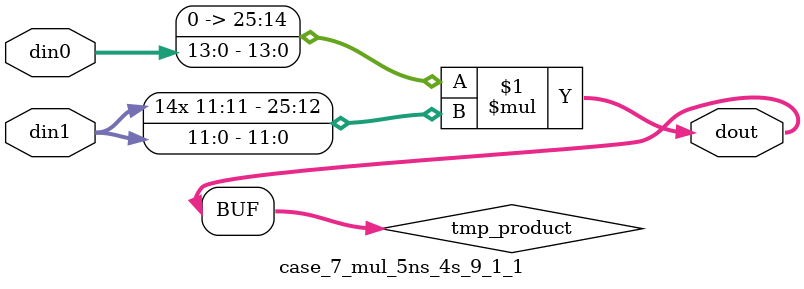
<source format=v>

`timescale 1 ns / 1 ps

 (* use_dsp = "no" *)  module case_7_mul_5ns_4s_9_1_1(din0, din1, dout);
parameter ID = 1;
parameter NUM_STAGE = 0;
parameter din0_WIDTH = 14;
parameter din1_WIDTH = 12;
parameter dout_WIDTH = 26;

input [din0_WIDTH - 1 : 0] din0; 
input [din1_WIDTH - 1 : 0] din1; 
output [dout_WIDTH - 1 : 0] dout;

wire signed [dout_WIDTH - 1 : 0] tmp_product;

























assign tmp_product = $signed({1'b0, din0}) * $signed(din1);










assign dout = tmp_product;





















endmodule

</source>
